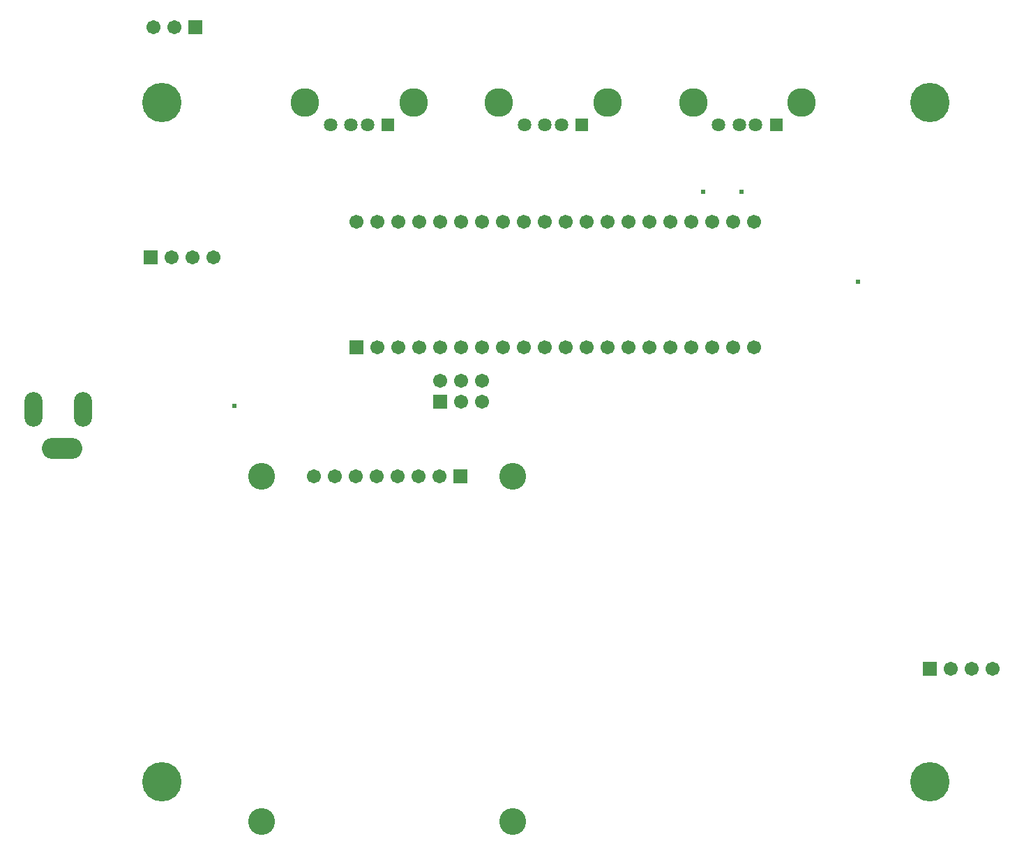
<source format=gbs>
G04*
G04 #@! TF.GenerationSoftware,Altium Limited,Altium Designer,23.3.1 (30)*
G04*
G04 Layer_Color=16711935*
%FSLAX44Y44*%
%MOMM*%
G71*
G04*
G04 #@! TF.SameCoordinates,FE0AEC3E-DE84-4B78-BC97-547211959EC9*
G04*
G04*
G04 #@! TF.FilePolarity,Negative*
G04*
G01*
G75*
%ADD39C,1.7032*%
%ADD40R,1.7032X1.7032*%
%ADD41R,1.6312X1.6312*%
%ADD42C,1.6312*%
%ADD43C,3.4792*%
%ADD44C,1.7018*%
%ADD45R,1.7018X1.7018*%
%ADD46O,2.2032X4.2032*%
%ADD47O,4.9032X2.5532*%
%ADD48C,0.6096*%
%ADD49C,4.7752*%
%ADD50C,3.2512*%
D39*
X349250Y966470D02*
D03*
X323850D02*
D03*
X298450D02*
D03*
X675640Y816610D02*
D03*
Y791210D02*
D03*
X650240Y816610D02*
D03*
Y791210D02*
D03*
X624840Y816610D02*
D03*
X1244600Y467360D02*
D03*
X1270000D02*
D03*
X1295400D02*
D03*
X276860Y1245870D02*
D03*
X302260D02*
D03*
X623570Y701040D02*
D03*
X598170D02*
D03*
X572770D02*
D03*
X547370D02*
D03*
X521970D02*
D03*
X496570D02*
D03*
X471170D02*
D03*
D40*
X273050Y966470D02*
D03*
X624840Y791210D02*
D03*
X1219200Y467360D02*
D03*
X327660Y1245870D02*
D03*
X648970Y701040D02*
D03*
D41*
X561256Y1127330D02*
D03*
X796651D02*
D03*
X1032426D02*
D03*
D42*
X536256D02*
D03*
X516256D02*
D03*
X491256D02*
D03*
X771651D02*
D03*
X751651D02*
D03*
X726651D02*
D03*
X1007426D02*
D03*
X987426D02*
D03*
X962426D02*
D03*
D43*
X591956Y1154430D02*
D03*
X460556D02*
D03*
X827351D02*
D03*
X695951D02*
D03*
X1063126D02*
D03*
X931726D02*
D03*
D44*
X522446Y1009650D02*
D03*
X547846D02*
D03*
X573246D02*
D03*
X598646D02*
D03*
X624046D02*
D03*
X649446D02*
D03*
X674846D02*
D03*
X700246D02*
D03*
X725646D02*
D03*
X751046D02*
D03*
X776446D02*
D03*
X801846D02*
D03*
X827246D02*
D03*
X852646D02*
D03*
X878046D02*
D03*
X903446D02*
D03*
X928846D02*
D03*
X954246D02*
D03*
X979646D02*
D03*
X1005046D02*
D03*
Y857250D02*
D03*
X979646D02*
D03*
X954246D02*
D03*
X928846D02*
D03*
X903446D02*
D03*
X878046D02*
D03*
X852646D02*
D03*
X827246D02*
D03*
X801846D02*
D03*
X776446D02*
D03*
X751046D02*
D03*
X725646D02*
D03*
X700246D02*
D03*
X674846D02*
D03*
X649446D02*
D03*
X624046D02*
D03*
X598646D02*
D03*
X573246D02*
D03*
X547846D02*
D03*
D45*
X522446D02*
D03*
D46*
X190810Y782320D02*
D03*
X130810D02*
D03*
D47*
X165810Y734320D02*
D03*
D48*
X1131570Y937260D02*
D03*
X990600Y1046480D02*
D03*
X943610D02*
D03*
X374650Y786130D02*
D03*
D49*
X1219200Y1154430D02*
D03*
Y330200D02*
D03*
X287020D02*
D03*
Y1154430D02*
D03*
D50*
X712470Y281940D02*
D03*
Y701040D02*
D03*
X407670D02*
D03*
Y281940D02*
D03*
M02*

</source>
